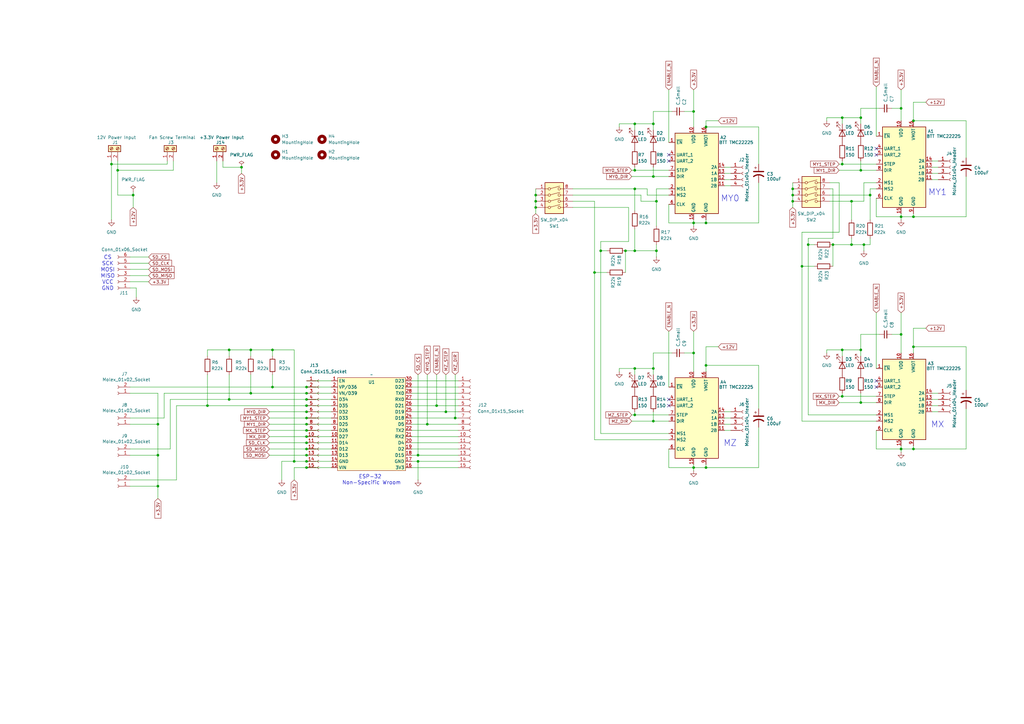
<source format=kicad_sch>
(kicad_sch (version 20250114) (generator "eeschema") (generator_version "9.0")
  (paper "A3")
  (text "CS\nSCK\nMOSI\nMISO\nVCC\nGND" (at 44.196 112.014 0) (effects (font (size 1.5748 1.5748))))
  (text "ESP-32 \nNon-Specific Wroom" (at 152.4 196.85 0) (effects (font (size 1.524 1.524))))
  (text "MY0\n" (at 299.466 81.534 0) (effects (font (size 2.54 2.54))))
  (text "MX\n" (at 384.556 174.244 0) (effects (font (size 2.54 2.54))))
  (text "MZ\n" (at 299.466 181.864 0) (effects (font (size 2.54 2.54))))
  (text "MY1\n" (at 384.556 78.994 0) (effects (font (size 2.54 2.54))))
  (junction (at 219.71 82.55))
  (junction (at 260.35 69.85))
  (junction (at 125.73 179.07))
  (junction (at 374.65 184.15))
  (junction (at 93.98 143.51))
  (junction (at 353.06 165.1))
  (junction (at 354.33 100.33))
  (junction (at 125.73 184.15))
  (junction (at 93.98 163.83))
  (junction (at 284.48 144.78))
  (junction (at 284.48 45.72))
  (junction (at 179.07 166.37))
  (junction (at 111.76 158.75))
  (junction (at 345.44 162.56))
  (junction (at 219.71 85.09))
  (junction (at 64.77 199.39))
  (junction (at 369.57 137.16))
  (junction (at 328.93 109.22))
  (junction (at 289.56 91.44))
  (junction (at 48.26 69.85))
  (junction (at 54.61 80.01))
  (junction (at 175.26 173.99))
  (junction (at 289.56 52.07))
  (junction (at 325.12 82.55))
  (junction (at 356.87 80.01))
  (junction (at 353.06 143.51))
  (junction (at 102.87 143.51))
  (junction (at 260.35 77.47))
  (junction (at 256.54 102.87))
  (junction (at 267.97 151.13))
  (junction (at 45.72 67.31))
  (junction (at 345.44 143.51))
  (junction (at 369.57 88.9))
  (junction (at 341.63 100.33))
  (junction (at 289.56 191.77))
  (junction (at 374.65 142.24))
  (junction (at 125.73 191.77))
  (junction (at 331.47 100.33))
  (junction (at 353.06 48.26))
  (junction (at 120.65 189.23))
  (junction (at 102.87 161.29))
  (junction (at 186.69 171.45))
  (junction (at 125.73 168.91))
  (junction (at 125.73 166.37))
  (junction (at 260.35 50.8))
  (junction (at 269.24 82.55))
  (junction (at 345.44 67.31))
  (junction (at 369.57 184.15))
  (junction (at 345.44 48.26))
  (junction (at 325.12 77.47))
  (junction (at 260.35 102.87))
  (junction (at 125.73 189.23))
  (junction (at 325.12 80.01))
  (junction (at 171.45 186.69))
  (junction (at 374.65 49.53))
  (junction (at 125.73 161.29))
  (junction (at 125.73 171.45))
  (junction (at 289.56 149.86))
  (junction (at 64.77 173.99))
  (junction (at 349.25 100.33))
  (junction (at 125.73 173.99))
  (junction (at 267.97 50.8))
  (junction (at 182.88 168.91))
  (junction (at 246.38 102.87))
  (junction (at 284.48 191.77))
  (junction (at 125.73 181.61))
  (junction (at 284.48 91.44))
  (junction (at 260.35 170.18))
  (junction (at 171.45 189.23))
  (junction (at 64.77 186.69))
  (junction (at 369.57 44.45))
  (junction (at 260.35 151.13))
  (junction (at 125.73 163.83))
  (junction (at 219.71 80.01))
  (junction (at 99.06 68.58))
  (junction (at 125.73 186.69))
  (junction (at 267.97 72.39))
  (junction (at 374.65 88.9))
  (junction (at 269.24 102.87))
  (junction (at 267.97 172.72))
  (junction (at 125.73 158.75))
  (junction (at 243.84 111.76))
  (junction (at 85.09 166.37))
  (junction (at 125.73 176.53))
  (junction (at 353.06 69.85))
  (junction (at 349.25 82.55))
  (junction (at 111.76 143.51))
  (no_connect (at 359.41 156.21))
  (no_connect (at 359.41 60.96))
  (no_connect (at 274.32 163.83))
  (no_connect (at 359.41 158.75))
  (no_connect (at 274.32 66.04))
  (no_connect (at 274.32 166.37))
  (no_connect (at 359.41 63.5))
  (no_connect (at 274.32 63.5))
  (wire (pts (xy 102.87 161.29) (xy 102.87 153.67)))
  (wire (pts (xy 325.12 74.93) (xy 325.12 77.47)))
  (wire (pts (xy 356.87 100.33) (xy 356.87 97.79)))
  (wire (pts (xy 111.76 146.05) (xy 111.76 143.51)))
  (wire (pts (xy 269.24 102.87) (xy 269.24 105.41)))
  (wire (pts (xy 328.93 95.25) (xy 328.93 109.22)))
  (wire (pts (xy 359.41 35.56) (xy 359.41 55.88)))
  (wire (pts (xy 354.33 74.93) (xy 359.41 74.93)))
  (wire (pts (xy 374.65 134.62) (xy 374.65 142.24)))
  (wire (pts (xy 219.71 85.09) (xy 219.71 87.63)))
  (wire (pts (xy 219.71 80.01) (xy 219.71 82.55)))
  (wire (pts (xy 64.77 186.69) (xy 64.77 173.99)))
  (wire (pts (xy 53.34 186.69) (xy 64.77 186.69)))
  (wire (pts (xy 284.48 144.78) (xy 284.48 152.4)))
  (wire (pts (xy 45.72 67.31) (xy 45.72 90.17)))
  (wire (pts (xy 259.08 69.85) (xy 260.35 69.85)))
  (wire (pts (xy 311.15 74.93) (xy 311.15 91.44)))
  (wire (pts (xy 110.49 184.15) (xy 125.73 184.15)))
  (wire (pts (xy 339.09 143.51) (xy 345.44 143.51)))
  (wire (pts (xy 260.35 102.87) (xy 269.24 102.87)))
  (wire (pts (xy 254 52.07) (xy 254 50.8)))
  (wire (pts (xy 267.97 172.72) (xy 274.32 172.72)))
  (wire (pts (xy 374.65 184.15) (xy 374.65 182.88)))
  (wire (pts (xy 369.57 36.83) (xy 369.57 44.45)))
  (wire (pts (xy 289.56 191.77) (xy 289.56 190.5)))
  (wire (pts (xy 125.73 171.45) (xy 135.89 171.45)))
  (wire (pts (xy 331.47 170.18) (xy 359.41 170.18)))
  (wire (pts (xy 168.91 161.29) (xy 187.96 161.29)))
  (wire (pts (xy 345.44 162.56) (xy 359.41 162.56)))
  (wire (pts (xy 53.34 173.99) (xy 64.77 173.99)))
  (wire (pts (xy 267.97 144.78) (xy 267.97 151.13)))
  (wire (pts (xy 64.77 204.47) (xy 64.77 199.39)))
  (wire (pts (xy 349.25 82.55) (xy 349.25 90.17)))
  (wire (pts (xy 353.06 143.51) (xy 353.06 146.05)))
  (wire (pts (xy 125.73 166.37) (xy 85.09 166.37)))
  (wire (pts (xy 53.34 171.45) (xy 67.31 171.45)))
  (wire (pts (xy 168.91 158.75) (xy 187.96 158.75)))
  (wire (pts (xy 274.32 36.83) (xy 274.32 58.42)))
  (wire (pts (xy 396.24 184.15) (xy 374.65 184.15)))
  (wire (pts (xy 69.85 163.83) (xy 93.98 163.83)))
  (wire (pts (xy 353.06 165.1) (xy 359.41 165.1)))
  (wire (pts (xy 256.54 102.87) (xy 256.54 111.76)))
  (wire (pts (xy 297.18 76.2) (xy 299.72 76.2)))
  (wire (pts (xy 359.41 184.15) (xy 369.57 184.15)))
  (wire (pts (xy 289.56 149.86) (xy 311.15 149.86)))
  (wire (pts (xy 135.89 158.75) (xy 125.73 158.75)))
  (wire (pts (xy 259.08 72.39) (xy 267.97 72.39)))
  (wire (pts (xy 53.34 105.41) (xy 60.96 105.41)))
  (wire (pts (xy 243.84 82.55) (xy 243.84 111.76)))
  (wire (pts (xy 64.77 173.99) (xy 64.77 161.29)))
  (wire (pts (xy 171.45 189.23) (xy 187.96 189.23)))
  (wire (pts (xy 353.06 48.26) (xy 353.06 50.8)))
  (wire (pts (xy 396.24 167.64) (xy 396.24 184.15)))
  (wire (pts (xy 280.67 144.78) (xy 284.48 144.78)))
  (wire (pts (xy 53.34 107.95) (xy 60.96 107.95)))
  (wire (pts (xy 340.36 80.01) (xy 356.87 80.01)))
  (wire (pts (xy 179.07 166.37) (xy 187.96 166.37)))
  (wire (pts (xy 102.87 143.51) (xy 102.87 146.05)))
  (wire (pts (xy 356.87 80.01) (xy 356.87 77.47)))
  (wire (pts (xy 331.47 100.33) (xy 331.47 170.18)))
  (wire (pts (xy 260.35 151.13) (xy 260.35 153.67)))
  (wire (pts (xy 349.25 100.33) (xy 349.25 97.79)))
  (wire (pts (xy 254 151.13) (xy 260.35 151.13)))
  (wire (pts (xy 246.38 177.8) (xy 274.32 177.8)))
  (wire (pts (xy 369.57 88.9) (xy 369.57 90.17)))
  (wire (pts (xy 369.57 137.16) (xy 369.57 144.78)))
  (wire (pts (xy 168.91 163.83) (xy 187.96 163.83)))
  (wire (pts (xy 289.56 49.53) (xy 289.56 52.07)))
  (wire (pts (xy 340.36 74.93) (xy 344.17 74.93)))
  (wire (pts (xy 341.63 77.47) (xy 341.63 97.79)))
  (wire (pts (xy 260.35 168.91) (xy 260.35 170.18)))
  (wire (pts (xy 246.38 102.87) (xy 248.92 102.87)))
  (wire (pts (xy 67.31 161.29) (xy 67.31 171.45)))
  (wire (pts (xy 125.73 158.75) (xy 111.76 158.75)))
  (wire (pts (xy 297.18 71.12) (xy 299.72 71.12)))
  (wire (pts (xy 345.44 67.31) (xy 359.41 67.31)))
  (wire (pts (xy 171.45 153.67) (xy 171.45 186.69)))
  (wire (pts (xy 254 152.4) (xy 254 151.13)))
  (wire (pts (xy 344.17 74.93) (xy 344.17 95.25)))
  (wire (pts (xy 354.33 82.55) (xy 354.33 74.93)))
  (wire (pts (xy 289.56 91.44) (xy 289.56 90.17)))
  (wire (pts (xy 125.73 163.83) (xy 135.89 163.83)))
  (wire (pts (xy 340.36 82.55) (xy 349.25 82.55)))
  (wire (pts (xy 234.95 82.55) (xy 243.84 82.55)))
  (wire (pts (xy 311.15 52.07) (xy 289.56 52.07)))
  (wire (pts (xy 353.06 137.16) (xy 360.68 137.16)))
  (wire (pts (xy 284.48 45.72) (xy 284.48 52.07)))
  (wire (pts (xy 234.95 85.09) (xy 257.81 85.09)))
  (wire (pts (xy 345.44 48.26) (xy 345.44 50.8)))
  (wire (pts (xy 269.24 77.47) (xy 269.24 82.55)))
  (wire (pts (xy 125.73 166.37) (xy 135.89 166.37)))
  (wire (pts (xy 125.73 173.99) (xy 135.89 173.99)))
  (wire (pts (xy 328.93 95.25) (xy 344.17 95.25)))
  (wire (pts (xy 269.24 102.87) (xy 269.24 100.33)))
  (wire (pts (xy 125.73 191.77) (xy 135.89 191.77)))
  (wire (pts (xy 168.91 184.15) (xy 187.96 184.15)))
  (wire (pts (xy 374.65 41.91) (xy 374.65 49.53)))
  (wire (pts (xy 379.73 134.62) (xy 374.65 134.62)))
  (wire (pts (xy 53.34 113.03) (xy 60.96 113.03)))
  (wire (pts (xy 110.49 171.45) (xy 125.73 171.45)))
  (wire (pts (xy 125.73 168.91) (xy 135.89 168.91)))
  (wire (pts (xy 135.89 189.23) (xy 125.73 189.23)))
  (wire (pts (xy 260.35 50.8) (xy 267.97 50.8)))
  (wire (pts (xy 219.71 82.55) (xy 219.71 85.09)))
  (wire (pts (xy 125.73 161.29) (xy 102.87 161.29)))
  (wire (pts (xy 85.09 143.51) (xy 85.09 146.05)))
  (wire (pts (xy 54.61 78.74) (xy 54.61 80.01)))
  (wire (pts (xy 311.15 175.26) (xy 311.15 191.77)))
  (wire (pts (xy 111.76 158.75) (xy 111.76 153.67)))
  (wire (pts (xy 356.87 80.01) (xy 356.87 90.17)))
  (wire (pts (xy 120.65 196.85) (xy 120.65 191.77)))
  (wire (pts (xy 110.49 176.53) (xy 125.73 176.53)))
  (wire (pts (xy 115.57 189.23) (xy 120.65 189.23)))
  (wire (pts (xy 382.27 73.66) (xy 384.81 73.66)))
  (wire (pts (xy 382.27 161.29) (xy 384.81 161.29)))
  (wire (pts (xy 260.35 77.47) (xy 260.35 86.36)))
  (wire (pts (xy 260.35 50.8) (xy 260.35 53.34)))
  (wire (pts (xy 135.89 161.29) (xy 125.73 161.29)))
  (wire (pts (xy 349.25 82.55) (xy 354.33 82.55)))
  (wire (pts (xy 68.58 67.31) (xy 45.72 67.31)))
  (wire (pts (xy 102.87 143.51) (xy 93.98 143.51)))
  (wire (pts (xy 328.93 172.72) (xy 359.41 172.72)))
  (wire (pts (xy 274.32 191.77) (xy 284.48 191.77)))
  (wire (pts (xy 297.18 73.66) (xy 299.72 73.66)))
  (wire (pts (xy 331.47 100.33) (xy 331.47 97.79)))
  (wire (pts (xy 374.65 142.24) (xy 374.65 144.78)))
  (wire (pts (xy 71.12 66.04) (xy 71.12 69.85)))
  (wire (pts (xy 115.57 196.85) (xy 115.57 189.23)))
  (wire (pts (xy 289.56 142.24) (xy 289.56 149.86)))
  (wire (pts (xy 345.44 66.04) (xy 345.44 67.31)))
  (wire (pts (xy 246.38 102.87) (xy 246.38 177.8)))
  (wire (pts (xy 111.76 143.51) (xy 120.65 143.51)))
  (wire (pts (xy 328.93 109.22) (xy 334.01 109.22)))
  (wire (pts (xy 48.26 80.01) (xy 54.61 80.01)))
  (wire (pts (xy 340.36 77.47) (xy 341.63 77.47)))
  (wire (pts (xy 284.48 191.77) (xy 284.48 193.04)))
  (wire (pts (xy 280.67 45.72) (xy 284.48 45.72)))
  (wire (pts (xy 344.17 69.85) (xy 353.06 69.85)))
  (wire (pts (xy 353.06 66.04) (xy 353.06 69.85)))
  (wire (pts (xy 262.89 82.55) (xy 262.89 80.01)))
  (wire (pts (xy 186.69 153.67) (xy 186.69 171.45)))
  (wire (pts (xy 382.27 71.12) (xy 384.81 71.12)))
  (wire (pts (xy 274.32 184.15) (xy 274.32 191.77)))
  (wire (pts (xy 359.41 88.9) (xy 369.57 88.9)))
  (wire (pts (xy 111.76 143.51) (xy 102.87 143.51)))
  (wire (pts (xy 175.26 173.99) (xy 187.96 173.99)))
  (wire (pts (xy 219.71 80.01) (xy 219.71 77.47)))
  (wire (pts (xy 260.35 77.47) (xy 265.43 77.47)))
  (wire (pts (xy 125.73 179.07) (xy 135.89 179.07)))
  (wire (pts (xy 369.57 184.15) (xy 374.65 184.15)))
  (wire (pts (xy 325.12 82.55) (xy 325.12 85.09)))
  (wire (pts (xy 396.24 88.9) (xy 374.65 88.9)))
  (wire (pts (xy 311.15 149.86) (xy 311.15 167.64)))
  (wire (pts (xy 382.27 68.58) (xy 384.81 68.58)))
  (wire (pts (xy 267.97 144.78) (xy 275.59 144.78)))
  (wire (pts (xy 171.45 189.23) (xy 168.91 189.23)))
  (wire (pts (xy 234.95 80.01) (xy 262.89 80.01)))
  (wire (pts (xy 267.97 50.8) (xy 267.97 45.72)))
  (wire (pts (xy 284.48 36.83) (xy 284.48 45.72)))
  (wire (pts (xy 284.48 91.44) (xy 289.56 91.44)))
  (wire (pts (xy 71.12 69.85) (xy 48.26 69.85)))
  (wire (pts (xy 274.32 135.89) (xy 274.32 158.75)))
  (wire (pts (xy 297.18 176.53) (xy 299.72 176.53)))
  (wire (pts (xy 110.49 168.91) (xy 125.73 168.91)))
  (wire (pts (xy 171.45 186.69) (xy 187.96 186.69)))
  (wire (pts (xy 267.97 72.39) (xy 274.32 72.39)))
  (wire (pts (xy 356.87 100.33) (xy 354.33 100.33)))
  (wire (pts (xy 331.47 100.33) (xy 334.01 100.33)))
  (wire (pts (xy 325.12 77.47) (xy 325.12 80.01)))
  (wire (pts (xy 125.73 176.53) (xy 135.89 176.53)))
  (wire (pts (xy 93.98 143.51) (xy 85.09 143.51)))
  (wire (pts (xy 349.25 100.33) (xy 354.33 100.33)))
  (wire (pts (xy 260.35 68.58) (xy 260.35 69.85)))
  (wire (pts (xy 125.73 189.23) (xy 120.65 189.23)))
  (wire (pts (xy 369.57 128.27) (xy 369.57 137.16)))
  (wire (pts (xy 354.33 100.33) (xy 354.33 102.87)))
  (wire (pts (xy 48.26 66.04) (xy 48.26 69.85)))
  (wire (pts (xy 125.73 184.15) (xy 135.89 184.15)))
  (wire (pts (xy 53.34 118.11) (xy 55.88 118.11)))
  (wire (pts (xy 55.88 118.11) (xy 55.88 121.92)))
  (wire (pts (xy 353.06 137.16) (xy 353.06 143.51)))
  (wire (pts (xy 297.18 173.99) (xy 299.72 173.99)))
  (wire (pts (xy 99.06 68.58) (xy 99.06 71.12)))
  (wire (pts (xy 284.48 91.44) (xy 284.48 92.71)))
  (wire (pts (xy 53.34 110.49) (xy 60.96 110.49)))
  (wire (pts (xy 171.45 189.23) (xy 171.45 196.85)))
  (wire (pts (xy 311.15 191.77) (xy 289.56 191.77)))
  (wire (pts (xy 344.17 162.56) (xy 345.44 162.56)))
  (wire (pts (xy 259.08 170.18) (xy 260.35 170.18)))
  (wire (pts (xy 179.07 153.67) (xy 179.07 166.37)))
  (wire (pts (xy 125.73 163.83) (xy 93.98 163.83)))
  (wire (pts (xy 110.49 186.69) (xy 125.73 186.69)))
  (wire (pts (xy 396.24 142.24) (xy 396.24 160.02)))
  (wire (pts (xy 284.48 190.5) (xy 284.48 191.77)))
  (wire (pts (xy 353.06 44.45) (xy 360.68 44.45)))
  (wire (pts (xy 294.64 49.53) (xy 289.56 49.53)))
  (wire (pts (xy 341.63 100.33) (xy 341.63 109.22)))
  (wire (pts (xy 353.06 44.45) (xy 353.06 48.26)))
  (wire (pts (xy 260.35 69.85) (xy 274.32 69.85)))
  (wire (pts (xy 125.73 181.61) (xy 135.89 181.61)))
  (wire (pts (xy 168.91 181.61) (xy 187.96 181.61)))
  (wire (pts (xy 369.57 88.9) (xy 374.65 88.9)))
  (wire (pts (xy 382.27 66.04) (xy 384.81 66.04)))
  (wire (pts (xy 345.44 48.26) (xy 353.06 48.26)))
  (wire (pts (xy 284.48 135.89) (xy 284.48 144.78)))
  (wire (pts (xy 110.49 179.07) (xy 125.73 179.07)))
  (wire (pts (xy 53.34 161.29) (xy 64.77 161.29)))
  (wire (pts (xy 284.48 91.44) (xy 274.32 91.44)))
  (wire (pts (xy 339.09 144.78) (xy 339.09 143.51)))
  (wire (pts (xy 120.65 191.77) (xy 125.73 191.77)))
  (wire (pts (xy 72.39 166.37) (xy 85.09 166.37)))
  (wire (pts (xy 359.41 176.53) (xy 359.41 184.15)))
  (wire (pts (xy 265.43 80.01) (xy 274.32 80.01)))
  (wire (pts (xy 344.17 67.31) (xy 345.44 67.31)))
  (wire (pts (xy 345.44 143.51) (xy 345.44 146.05)))
  (wire (pts (xy 168.91 176.53) (xy 187.96 176.53)))
  (wire (pts (xy 64.77 199.39) (xy 64.77 186.69)))
  (wire (pts (xy 297.18 171.45) (xy 299.72 171.45)))
  (wire (pts (xy 260.35 102.87) (xy 260.35 93.98)))
  (wire (pts (xy 269.24 82.55) (xy 269.24 92.71)))
  (wire (pts (xy 125.73 156.21) (xy 135.89 156.21)))
  (wire (pts (xy 325.12 80.01) (xy 325.12 82.55)))
  (wire (pts (xy 369.57 87.63) (xy 369.57 88.9)))
  (wire (pts (xy 168.91 173.99) (xy 175.26 173.99)))
  (wire (pts (xy 88.9 74.93) (xy 88.9 66.04)))
  (wire (pts (xy 260.35 151.13) (xy 267.97 151.13)))
  (wire (pts (xy 353.06 69.85) (xy 359.41 69.85)))
  (wire (pts (xy 168.91 171.45) (xy 186.69 171.45)))
  (wire (pts (xy 67.31 161.29) (xy 102.87 161.29)))
  (wire (pts (xy 168.91 168.91) (xy 182.88 168.91)))
  (wire (pts (xy 267.97 50.8) (xy 267.97 53.34)))
  (wire (pts (xy 374.65 49.53) (xy 396.24 49.53)))
  (wire (pts (xy 339.09 49.53) (xy 339.09 48.26)))
  (wire (pts (xy 260.35 170.18) (xy 274.32 170.18)))
  (wire (pts (xy 48.26 69.85) (xy 48.26 80.01)))
  (wire (pts (xy 243.84 180.34) (xy 274.32 180.34)))
  (wire (pts (xy 267.97 168.91) (xy 267.97 172.72)))
  (wire (pts (xy 359.41 128.27) (xy 359.41 151.13)))
  (wire (pts (xy 369.57 184.15) (xy 369.57 185.42)))
  (wire (pts (xy 246.38 102.87) (xy 246.38 99.06)))
  (wire (pts (xy 125.73 186.69) (xy 135.89 186.69)))
  (wire (pts (xy 365.76 137.16) (xy 369.57 137.16)))
  (wire (pts (xy 257.81 99.06) (xy 257.81 85.09)))
  (wire (pts (xy 267.97 68.58) (xy 267.97 72.39)))
  (wire (pts (xy 168.91 179.07) (xy 187.96 179.07)))
  (wire (pts (xy 284.48 90.17) (xy 284.48 91.44)))
  (wire (pts (xy 69.85 184.15) (xy 69.85 163.83)))
  (wire (pts (xy 341.63 100.33) (xy 349.25 100.33)))
  (wire (pts (xy 168.91 186.69) (xy 171.45 186.69)))
  (wire (pts (xy 243.84 111.76) (xy 243.84 180.34)))
  (wire (pts (xy 344.17 165.1) (xy 353.06 165.1)))
  (wire (pts (xy 91.44 68.58) (xy 91.44 66.04)))
  (wire (pts (xy 45.72 66.04) (xy 45.72 67.31)))
  (wire (pts (xy 110.49 181.61) (xy 125.73 181.61)))
  (wire (pts (xy 168.91 156.21) (xy 187.96 156.21)))
  (wire (pts (xy 85.09 153.67) (xy 85.09 166.37)))
  (wire (pts (xy 182.88 168.91) (xy 187.96 168.91)))
  (wire (pts (xy 297.18 168.91) (xy 299.72 168.91)))
  (wire (pts (xy 246.38 99.06) (xy 257.81 99.06)))
  (wire (pts (xy 53.34 196.85) (xy 72.39 196.85)))
  (wire (pts (xy 382.27 163.83) (xy 384.81 163.83)))
  (wire (pts (xy 369.57 182.88) (xy 369.57 184.15)))
  (wire (pts (xy 396.24 72.39) (xy 396.24 88.9)))
  (wire (pts (xy 365.76 44.45) (xy 369.57 44.45)))
  (wire (pts (xy 328.93 109.22) (xy 328.93 172.72)))
  (wire (pts (xy 243.84 111.76) (xy 248.92 111.76)))
  (wire (pts (xy 53.34 158.75) (xy 111.76 158.75)))
  (wire (pts (xy 269.24 82.55) (xy 262.89 82.55)))
  (wire (pts (xy 175.26 153.67) (xy 175.26 173.99)))
  (wire (pts (xy 345.44 143.51) (xy 353.06 143.51)))
  (wire (pts (xy 68.58 66.04) (xy 68.58 67.31)))
  (wire (pts (xy 289.56 149.86) (xy 289.56 152.4)))
  (wire (pts (xy 54.61 80.01) (xy 54.61 85.09)))
  (wire (pts (xy 374.65 88.9) (xy 374.65 87.63)))
  (wire (pts (xy 168.91 166.37) (xy 179.07 166.37)))
  (wire (pts (xy 256.54 102.87) (xy 260.35 102.87)))
  (wire (pts (xy 396.24 64.77) (xy 396.24 49.53)))
  (wire (pts (xy 274.32 91.44) (xy 274.32 83.82)))
  (wire (pts (xy 259.08 172.72) (xy 267.97 172.72)))
  (wire (pts (xy 382.27 168.91) (xy 384.81 168.91)))
  (wire (pts (xy 99.06 68.58) (xy 91.44 68.58)))
  (wire (pts (xy 297.18 68.58) (xy 299.72 68.58)))
  (wire (pts (xy 53.34 184.15) (xy 69.85 184.15)))
  (wire (pts (xy 269.24 77.47) (xy 274.32 77.47)))
  (wire (pts (xy 353.06 161.29) (xy 353.06 165.1)))
  (wire (pts (xy 294.64 142.24) (xy 289.56 142.24)))
  (wire (pts (xy 93.98 143.51) (xy 93.98 146.05)))
  (wire (pts (xy 379.73 41.91) (xy 374.65 41.91)))
  (wire (pts (xy 311.15 91.44) (xy 289.56 91.44)))
  (wire (pts (xy 72.39 196.85) (xy 72.39 166.37)))
  (wire (pts (xy 53.34 199.39) (xy 64.77 199.39)))
  (wire (pts (xy 374.65 142.24) (xy 396.24 142.24)))
  (wire (pts (xy 120.65 143.51) (xy 120.65 189.23)))
  (wire (pts (xy 53.34 115.57) (xy 60.96 115.57)))
  (wire (pts (xy 254 50.8) (xy 260.35 50.8)))
  (wire (pts (xy 93.98 163.83) (xy 93.98 153.67)))
  (wire (pts (xy 186.69 171.45) (xy 187.96 171.45)))
  (wire (pts (xy 284.48 191.77) (xy 289.56 191.77)))
  (wire (pts (xy 182.88 153.67) (xy 182.88 168.91)))
  (wire (pts (xy 331.47 97.79) (xy 341.63 97.79)))
  (wire (pts (xy 267.97 151.13) (xy 267.97 153.67)))
  (wire (pts (xy 265.43 77.47) (xy 265.43 80.01)))
  (wire (pts (xy 234.95 77.47) (xy 260.35 77.47)))
  (wire (pts (xy 369.57 44.45) (xy 369.57 49.53)))
  (wire (pts (xy 345.44 161.29) (xy 345.44 162.56)))
  (wire (pts (xy 110.49 173.99) (xy 125.73 173.99)))
  (wire (pts (xy 311.15 67.31) (xy 311.15 52.07)))
  (wire (pts (xy 267.97 45.72) (xy 275.59 45.72)))
  (wire (pts (xy 168.91 191.77) (xy 187.96 191.77)))
  (wire (pts (xy 339.09 48.26) (xy 345.44 48.26)))
  (wire (pts (xy 382.27 166.37) (xy 384.81 166.37)))
  (wire (pts (xy 359.41 77.47) (xy 356.87 77.47)))
  (wire (pts (xy 359.41 81.28) (xy 359.41 88.9)))
  (global_label "SD_CS" (shape input) (at 60.96 105.41 0) (property "Intersheetrefs" "${INTERSHEET_REFS}" (effects (hide yes))))
  (global_label "MX_STEP" (shape input) (at 344.17 162.56 180) (property "Intersheetrefs" "${INTERSHEET_REFS}" (effects (hide yes))))
  (global_label "+3.3V" (shape input) (at 219.71 87.63 270) (property "Intersheetrefs" "${INTERSHEET_REFS}" (effects (hide yes))))
  (global_label "MZ_STEP" (shape input) (at 259.08 170.18 180) (property "Intersheetrefs" "${INTERSHEET_REFS}" (effects (hide yes))))
  (global_label "SD_MOSI" (shape input) (at 60.96 110.49 0) (property "Intersheetrefs" "${INTERSHEET_REFS}" (effects (hide yes))))
  (global_label "MY1_DIR" (shape input) (at 110.49 173.99 180) (property "Intersheetrefs" "${INTERSHEET_REFS}" (effects (hide yes))))
  (global_label "MX_STEP" (shape input) (at 110.49 176.53 180) (property "Intersheetrefs" "${INTERSHEET_REFS}" (effects (hide yes))))
  (global_label "SD_MISO" (shape input) (at 60.96 113.03 0) (property "Intersheetrefs" "${INTERSHEET_REFS}" (effects (hide yes))))
  (global_label "+3.3V" (shape input) (at 325.12 85.09 270) (property "Intersheetrefs" "${INTERSHEET_REFS}" (effects (hide yes))))
  (global_label "ENABLE_N" (shape input) (at 179.07 153.67 90) (property "Intersheetrefs" "${INTERSHEET_REFS}" (effects (hide yes))))
  (global_label "MZ_STEP" (shape input) (at 182.88 153.67 90) (property "Intersheetrefs" "${INTERSHEET_REFS}" (effects (hide yes))))
  (global_label "+3.3V" (shape input) (at 64.77 204.47 270) (property "Intersheetrefs" "${INTERSHEET_REFS}" (effects (hide yes))))
  (global_label "MY0_DIR" (shape input) (at 110.49 168.91 180) (property "Intersheetrefs" "${INTERSHEET_REFS}" (effects (hide yes))))
  (global_label "ENABLE_N" (shape input) (at 274.32 135.89 90) (property "Intersheetrefs" "${INTERSHEET_REFS}" (effects (hide yes))))
  (global_label "+12V" (shape input) (at 294.64 142.24 0) (property "Intersheetrefs" "${INTERSHEET_REFS}" (effects (hide yes))))
  (global_label "+12V" (shape input) (at 379.73 134.62 0) (property "Intersheetrefs" "${INTERSHEET_REFS}" (effects (hide yes))))
  (global_label "+12V" (shape input) (at 294.64 49.53 0) (property "Intersheetrefs" "${INTERSHEET_REFS}" (effects (hide yes))))
  (global_label "+12V" (shape input) (at 379.73 41.91 0) (property "Intersheetrefs" "${INTERSHEET_REFS}" (effects (hide yes))))
  (global_label "SD_CLK" (shape input) (at 60.96 107.95 0) (property "Intersheetrefs" "${INTERSHEET_REFS}" (effects (hide yes))))
  (global_label "SD_CS" (shape input) (at 171.45 153.67 90) (property "Intersheetrefs" "${INTERSHEET_REFS}" (effects (hide yes))))
  (global_label "+3.3V" (shape input) (at 369.57 36.83 90) (property "Intersheetrefs" "${INTERSHEET_REFS}" (effects (hide yes))))
  (global_label "+12V" (shape input) (at 54.61 85.09 270) (property "Intersheetrefs" "${INTERSHEET_REFS}" (effects (hide yes))))
  (global_label "ENABLE_N" (shape input) (at 359.41 128.27 90) (property "Intersheetrefs" "${INTERSHEET_REFS}" (effects (hide yes))))
  (global_label "MX_DIR" (shape input) (at 344.17 165.1 180) (property "Intersheetrefs" "${INTERSHEET_REFS}" (effects (hide yes))))
  (global_label "SD_MISO" (shape input) (at 110.49 184.15 180) (property "Intersheetrefs" "${INTERSHEET_REFS}" (effects (hide yes))))
  (global_label "+3.3V" (shape input) (at 284.48 135.89 90) (property "Intersheetrefs" "${INTERSHEET_REFS}" (effects (hide yes))))
  (global_label "MY1_DIR" (shape input) (at 344.17 69.85 180) (property "Intersheetrefs" "${INTERSHEET_REFS}" (effects (hide yes))))
  (global_label "MZ_DIR" (shape input) (at 186.69 153.67 90) (property "Intersheetrefs" "${INTERSHEET_REFS}" (effects (hide yes))))
  (global_label "+3.3V" (shape input) (at 369.57 128.27 90) (property "Intersheetrefs" "${INTERSHEET_REFS}" (effects (hide yes))))
  (global_label "+3.3V" (shape input) (at 284.48 36.83 90) (property "Intersheetrefs" "${INTERSHEET_REFS}" (effects (hide yes))))
  (global_label "MY1_STEP" (shape input) (at 344.17 67.31 180) (property "Intersheetrefs" "${INTERSHEET_REFS}" (effects (hide yes))))
  (global_label "MY0_STEP" (shape input) (at 175.26 153.67 90) (property "Intersheetrefs" "${INTERSHEET_REFS}" (effects (hide yes))))
  (global_label "MX_DIR" (shape input) (at 110.49 179.07 180) (property "Intersheetrefs" "${INTERSHEET_REFS}" (effects (hide yes))))
  (global_label "MZ_DIR" (shape input) (at 259.08 172.72 180) (property "Intersheetrefs" "${INTERSHEET_REFS}" (effects (hide yes))))
  (global_label "MY0_DIR" (shape input) (at 259.08 72.39 180) (property "Intersheetrefs" "${INTERSHEET_REFS}" (effects (hide yes))))
  (global_label "ENABLE_N" (shape input) (at 274.32 36.83 90) (property "Intersheetrefs" "${INTERSHEET_REFS}" (effects (hide yes))))
  (global_label "SD_MOSI" (shape input) (at 110.49 186.69 180) (property "Intersheetrefs" "${INTERSHEET_REFS}" (effects (hide yes))))
  (global_label "MY1_STEP" (shape input) (at 110.49 171.45 180) (property "Intersheetrefs" "${INTERSHEET_REFS}" (effects (hide yes))))
  (global_label "+3.3V" (shape input) (at 60.96 115.57 0) (property "Intersheetrefs" "${INTERSHEET_REFS}" (effects (hide yes))))
  (global_label "+3.3V" (shape input) (at 120.65 196.85 270) (property "Intersheetrefs" "${INTERSHEET_REFS}" (effects (hide yes))))
  (global_label "+3.3V" (shape input) (at 99.06 71.12 270) (property "Intersheetrefs" "${INTERSHEET_REFS}" (effects (hide yes))))
  (global_label "MY0_STEP" (shape input) (at 259.08 69.85 180) (property "Intersheetrefs" "${INTERSHEET_REFS}" (effects (hide yes))))
  (global_label "ENABLE_N" (shape input) (at 359.41 35.56 90) (property "Intersheetrefs" "${INTERSHEET_REFS}" (effects (hide yes))))
  (global_label "SD_CLK" (shape input) (at 110.49 181.61 180) (property "Intersheetrefs" "${INTERSHEET_REFS}" (effects (hide yes))))
  (symbol (lib_id "Device:R") (at 85.09 149.86 0) (unit 1)
    (property "Reference" "R6" (at 86.868 148.59 0) (effects (justify left)))
    (property "Value" "R22k" (at 86.614 151.13 0) (effects (justify left)))
    (property "Footprint" "Resistor_THT:R_Axial_DIN0204_L3.6mm_D1.6mm_P5.08mm_Horizontal" (effects (hide yes)))
    (property "Description" "Resistor" (effects (hide yes)))
  )
  (symbol (lib_id "power:GND") (at 254 52.07 0) (unit 1)
    (property "Reference" "#PWR010" (effects (hide yes)))
    (property "Value" "GND" (at 254 57.15 0))
    (property "Description" "Power symbol creates a global label with name \"GND\" , ground" (effects (hide yes)))
  )
  (symbol (lib_id "Device:R") (at 345.44 157.48 0) (unit 1)
    (property "Reference" "R9" (at 346.71 156.21 0) (effects (justify left)))
    (property "Value" "150" (at 346.71 158.75 0) (effects (justify left)))
    (property "Footprint" "Resistor_THT:R_Axial_DIN0204_L3.6mm_D1.6mm_P5.08mm_Horizontal" (effects (hide yes)))
    (property "Description" "Resistor" (effects (hide yes)))
  )
  (symbol (lib_id "Device:R") (at 267.97 165.1 0) (unit 1)
    (property "Reference" "R14" (at 269.24 163.83 0) (effects (justify left)))
    (property "Value" "150" (at 269.24 166.37 0) (effects (justify left)))
    (property "Footprint" "Resistor_THT:R_Axial_DIN0204_L3.6mm_D1.6mm_P5.08mm_Horizontal" (effects (hide yes)))
    (property "Description" "Resistor" (effects (hide yes)))
  )
  (symbol (lib_id "power:GND") (at 269.24 105.41 0) (unit 1)
    (property "Reference" "#PWR014" (effects (hide yes)))
    (property "Value" "GND" (at 269.24 110.49 0))
    (property "Description" "Power symbol creates a global label with name \"GND\" , ground" (effects (hide yes)))
  )
  (symbol (lib_id "Connector:Screw_Terminal_01x02") (at 45.72 60.96 90) (unit 1)
    (property "Reference" "J1" (at 47.244 58.42 90))
    (property "Value" "12V Power Input" (at 47.752 56.388 90))
    (property "Footprint" "TerminalBlock_Phoenix:TerminalBlock_Phoenix_MKDS-1,5-2_1x02_P5.00mm_Horizontal" (effects (hide yes)))
    (property "Description" "Generic screw terminal, single row, 01x02, script generated (kicad-library-utils/schlib/autogen/connector/)" (effects (hide yes)))
  )
  (symbol (lib_id "Device:R") (at 260.35 64.77 0) (unit 1)
    (property "Reference" "R7" (at 261.62 63.5 0) (effects (justify left)))
    (property "Value" "150" (at 261.62 66.04 0) (effects (justify left)))
    (property "Footprint" "Resistor_THT:R_Axial_DIN0204_L3.6mm_D1.6mm_P5.08mm_Horizontal" (effects (hide yes)))
    (property "Description" "Resistor" (effects (hide yes)))
  )
  (symbol (lib_id "Device:R") (at 337.82 100.33 270) (unit 1)
    (property "Reference" "R22" (at 339.09 102.108 0) (effects (justify left)))
    (property "Value" "R22k" (at 336.55 101.854 0) (effects (justify left)))
    (property "Footprint" "Resistor_THT:R_Axial_DIN0204_L3.6mm_D1.6mm_P5.08mm_Horizontal" (effects (hide yes)))
    (property "Description" "Resistor" (effects (hide yes)))
  )
  (symbol (lib_id "Device:C_Polarized_US") (at 311.15 71.12 0) (unit 1)
    (property "Reference" "C3" (at 314.452 71.374 0) (effects (justify left)))
    (property "Value" "100uF" (at 314.452 73.406 0) (effects (justify left)))
    (property "Footprint" "Capacitor_THT:C_Radial_D8.0mm_H11.5mm_P3.50mm" (effects (hide yes)))
    (property "Description" "Polarized capacitor, US symbol" (effects (hide yes)))
  )
  (symbol (lib_id "power:PWR_FLAG") (at 99.06 68.58 0) (unit 1)
    (property "Reference" "#FLG03" (effects (hide yes)))
    (property "Value" "PWR_FLAG" (at 99.06 63.5 0))
    (property "Description" "Special symbol for telling ERC where power comes from" (effects (hide yes)))
  )
  (symbol (lib_id "Connector:Conn_01x15_Socket") (at 193.04 173.99 0) (unit 1)
    (property "Reference" "J12" (at 196.088 166.116 0) (effects (justify left)))
    (property "Value" "Conn_01x15_Socket" (at 195.834 168.656 0) (effects (justify left)))
    (property "Footprint" "Connector_PinSocket_2.54mm:PinSocket_1x15_P2.54mm_Vertical" (effects (hide yes)))
    (property "Description" "Generic connector, single row, 01x15, script generated" (effects (hide yes)))
  )
  (symbol (lib_id "Connector:Conn_01x04_Socket") (at 389.89 163.83 0) (unit 1)
    (property "Reference" "J5" (at 388.112 158.242 0) (effects (justify left)))
    (property "Value" "Molex_01x04_Header" (at 391.414 175.514 90) (effects (justify left)))
    (property "Footprint" "Connector_Molex:Molex_KK-254_AE-6410-04A_1x04_P2.54mm_Vertical" (effects (hide yes)))
    (property "Description" "Generic connector, single row, 01x04, script generated" (effects (hide yes)))
  )
  (symbol (lib_id "plotter:BTT TMC22225") (at 284.48 170.18 0) (unit 1)
    (property "Reference" "A4" (at 295.402 156.718 0) (effects (justify left)))
    (property "Value" "BTT TMC22225" (at 294.894 158.75 0) (effects (justify left)))
    (property "Footprint" "plotter:BTT TMC 2225 Footprint" (effects (hide yes)))
  )
  (symbol (lib_id "Device:R") (at 356.87 93.98 0) (unit 1)
    (property "Reference" "R21" (at 358.648 92.71 0) (effects (justify left)))
    (property "Value" "R22k" (at 358.394 95.25 0) (effects (justify left)))
    (property "Footprint" "Resistor_THT:R_Axial_DIN0204_L3.6mm_D1.6mm_P5.08mm_Horizontal" (effects (hide yes)))
    (property "Description" "Resistor" (effects (hide yes)))
  )
  (symbol (lib_id "Device:C_Polarized_US") (at 311.15 171.45 0) (unit 1)
    (property "Reference" "C6" (at 314.452 171.704 0) (effects (justify left)))
    (property "Value" "100uF" (at 314.452 173.736 0) (effects (justify left)))
    (property "Footprint" "Capacitor_THT:C_Radial_D8.0mm_H11.5mm_P3.50mm" (effects (hide yes)))
    (property "Description" "Polarized capacitor, US symbol" (effects (hide yes)))
  )
  (symbol (lib_id "power:GND") (at 284.48 193.04 0) (unit 1)
    (property "Reference" "#PWR07" (effects (hide yes)))
    (property "Value" "GND" (at 284.48 198.12 0))
    (property "Description" "Power symbol creates a global label with name \"GND\" , ground" (effects (hide yes)))
  )
  (symbol (lib_id "Mechanical:MountingHole") (at 132.08 57.15 0) (unit 1) (in_bom no)
    (property "Reference" "H4" (at 134.62 55.8799 0) (effects (justify left)))
    (property "Value" "MountingHole" (at 134.62 58.4199 0) (effects (justify left)))
    (property "Footprint" "MountingHole:MountingHole_3.2mm_M3" (effects (hide yes)))
    (property "Description" "Mounting Hole without connection" (effects (hide yes)))
  )
  (symbol (lib_id "Device:C_Small") (at 278.13 144.78 90) (unit 1)
    (property "Reference" "C9" (at 280.67 142.24 0) (effects (justify left)))
    (property "Value" "C_Small" (at 278.13 142.24 0) (effects (justify left)))
    (property "Footprint" "Capacitor_THT:C_Disc_D4.3mm_W1.9mm_P5.00mm" (effects (hide yes)))
    (property "Description" "Unpolarized capacitor, small symbol" (effects (hide yes)))
  )
  (symbol (lib_id "Connector:Conn_01x06_Socket") (at 48.26 113.03 180) (unit 1)
    (property "Reference" "J11" (at 50.8 120.142 0))
    (property "Value" "Conn_01x06_Socket" (at 51.054 102.362 0))
    (property "Footprint" "Connector_PinSocket_2.54mm:PinSocket_1x06_P2.54mm_Vertical" (effects (hide yes)))
    (property "Description" "Generic connector, single row, 01x06, script generated" (effects (hide yes)))
  )
  (symbol (lib_id "Connector:Conn_01x15_Socket") (at 130.81 173.99 0) (unit 1)
    (property "Reference" "J13" (at 127 149.86 0) (effects (justify left)))
    (property "Value" "Conn_01x15_Socket" (at 123.19 152.4 0) (effects (justify left)))
    (property "Footprint" "Connector_PinSocket_2.54mm:PinSocket_1x15_P2.54mm_Vertical" (effects (hide yes)))
    (property "Description" "Generic connector, single row, 01x15, script generated" (effects (hide yes)))
  )
  (symbol (lib_id "plotter:esp32_wroom_doit_devB") (at 152.4 173.99 0) (unit 1)
    (property "Reference" "U1" (at 152.4 156.718 0))
    (property "Value" "~" (at 152.4 153.67 0))
    (property "Footprint" "plotter:esp32-mystery-footprint" (effects (hide yes)))
  )
  (symbol (lib_id "Connector:Conn_01x02_Socket") (at 48.26 161.29 180) (unit 1)
    (property "Reference" "J7" (at 51.054 153.416 0))
    (property "Value" "Molex_01x02_Socket" (at 51.816 155.702 0))
    (property "Footprint" "Connector_Molex:Molex_KK-254_AE-6410-02A_1x02_P2.54mm_Vertical" (effects (hide yes)))
    (property "Description" "Generic connector, single row, 01x02, script generated" (effects (hide yes)))
  )
  (symbol (lib_id "Device:C_Small") (at 278.13 45.72 90) (unit 1)
    (property "Reference" "C2" (at 280.67 43.18 0) (effects (justify left)))
    (property "Value" "C_Small" (at 278.13 43.18 0) (effects (justify left)))
    (property "Footprint" "Capacitor_THT:C_Disc_D4.3mm_W1.9mm_P5.00mm" (effects (hide yes)))
    (property "Description" "Unpolarized capacitor, small symbol" (effects (hide yes)))
  )
  (symbol (lib_id "power:GND") (at 254 152.4 0) (unit 1)
    (property "Reference" "#PWR013" (effects (hide yes)))
    (property "Value" "GND" (at 254 157.48 0))
    (property "Description" "Power symbol creates a global label with name \"GND\" , ground" (effects (hide yes)))
  )
  (symbol (lib_id "Device:LED") (at 267.97 57.15 270) (unit 1)
    (property "Reference" "D2" (at 269.24 54.61 90) (effects (justify left)))
    (property "Value" "LED" (at 269.24 57.15 90) (effects (justify left)))
    (property "Footprint" "LED_THT:LED_D3.0mm" (effects (hide yes)))
    (property "Description" "Light emitting diode" (effects (hide yes)))
    (property "Sim.Pins" "1=K 2=A" (effects (hide yes)))
  )
  (symbol (lib_id "Device:R") (at 353.06 157.48 0) (unit 1)
    (property "Reference" "R10" (at 354.33 156.21 0) (effects (justify left)))
    (property "Value" "150" (at 354.33 158.75 0) (effects (justify left)))
    (property "Footprint" "Resistor_THT:R_Axial_DIN0204_L3.6mm_D1.6mm_P5.08mm_Horizontal" (effects (hide yes)))
    (property "Description" "Resistor" (effects (hide yes)))
  )
  (symbol (lib_id "power:GND") (at 354.33 102.87 0) (unit 1)
    (property "Reference" "#PWR015" (effects (hide yes)))
    (property "Value" "GND" (at 354.33 107.95 0))
    (property "Description" "Power symbol creates a global label with name \"GND\" , ground" (effects (hide yes)))
  )
  (symbol (lib_id "Device:R") (at 260.35 90.17 0) (unit 1)
    (property "Reference" "R16" (at 262.128 88.9 0) (effects (justify left)))
    (property "Value" "R22k" (at 261.874 91.44 0) (effects (justify left)))
    (property "Footprint" "Resistor_THT:R_Axial_DIN0204_L3.6mm_D1.6mm_P5.08mm_Horizontal" (effects (hide yes)))
    (property "Description" "Resistor" (effects (hide yes)))
  )
  (symbol (lib_id "Connector:Conn_01x04_Socket") (at 304.8 71.12 0) (unit 1)
    (property "Reference" "J2" (at 303.022 65.532 0) (effects (justify left)))
    (property "Value" "Molex_01x04_Header" (at 306.324 82.804 90) (effects (justify left)))
    (property "Footprint" "Connector_Molex:Molex_KK-254_AE-6410-04A_1x04_P2.54mm_Vertical" (effects (hide yes)))
    (property "Description" "Generic connector, single row, 01x04, script generated" (effects (hide yes)))
  )
  (symbol (lib_id "Mechanical:MountingHole") (at 132.08 63.5 0) (unit 1) (in_bom no)
    (property "Reference" "H2" (at 134.62 62.2299 0) (effects (justify left)))
    (property "Value" "MountingHole" (at 134.62 64.7699 0) (effects (justify left)))
    (property "Footprint" "MountingHole:MountingHole_3.2mm_M3" (effects (hide yes)))
    (property "Description" "Mounting Hole without connection" (effects (hide yes)))
  )
  (symbol (lib_id "power:GND") (at 369.57 185.42 0) (unit 1)
    (property "Reference" "#PWR06" (effects (hide yes)))
    (property "Value" "GND" (at 369.57 190.5 0))
    (property "Description" "Power symbol creates a global label with name \"GND\" , ground" (effects (hide yes)))
  )
  (symbol (lib_id "Switch:SW_DIP_x04") (at 227.33 82.55 0) (unit 1)
    (property "Reference" "SW1" (at 227.33 92.71 0))
    (property "Value" "SW_DIP_x04" (at 227.33 90.17 0))
    (property "Footprint" "Button_Switch_THT:SW_DIP_SPSTx04_Slide_9.78x12.34mm_W7.62mm_P2.54mm" (effects (hide yes)))
    (property "Description" "4x DIP Switch, Single Pole Single Throw (SPST) switch, small symbol" (effects (hide yes)))
  )
  (symbol (lib_id "power:PWR_FLAG") (at 54.61 78.74 0) (unit 1)
    (property "Reference" "#FLG02" (effects (hide yes)))
    (property "Value" "PWR_FLAG" (at 54.61 73.66 0))
    (property "Description" "Special symbol for telling ERC where power comes from" (effects (hide yes)))
  )
  (symbol (lib_id "plotter:BTT TMC22225") (at 369.57 67.31 0) (unit 1)
    (property "Reference" "A1" (at 380.492 53.848 0) (effects (justify left)))
    (property "Value" "BTT TMC22225" (at 379.984 55.88 0) (effects (justify left)))
    (property "Footprint" "plotter:BTT TMC 2225 Footprint" (effects (hide yes)))
  )
  (symbol (lib_id "Device:R") (at 349.25 93.98 0) (unit 1)
    (property "Reference" "R20" (at 351.028 92.71 0) (effects (justify left)))
    (property "Value" "R22k" (at 350.774 95.25 0) (effects (justify left)))
    (property "Footprint" "Resistor_THT:R_Axial_DIN0204_L3.6mm_D1.6mm_P5.08mm_Horizontal" (effects (hide yes)))
    (property "Description" "Resistor" (effects (hide yes)))
  )
  (symbol (lib_id "Device:LED") (at 345.44 149.86 270) (unit 1)
    (property "Reference" "D3" (at 346.71 147.32 90) (effects (justify left)))
    (property "Value" "LED" (at 346.71 149.86 90) (effects (justify left)))
    (property "Footprint" "LED_THT:LED_D3.0mm" (effects (hide yes)))
    (property "Description" "Light emitting diode" (effects (hide yes)))
    (property "Sim.Pins" "1=K 2=A" (effects (hide yes)))
  )
  (symbol (lib_id "Mechanical:MountingHole") (at 113.03 57.15 0) (unit 1) (in_bom no)
    (property "Reference" "H3" (at 115.57 55.8799 0) (effects (justify left)))
    (property "Value" "MountingHole" (at 115.57 58.4199 0) (effects (justify left)))
    (property "Footprint" "MountingHole:MountingHole_3.2mm_M3" (effects (hide yes)))
    (property "Description" "Mounting Hole without connection" (effects (hide yes)))
  )
  (symbol (lib_id "Device:R") (at 345.44 62.23 0) (unit 1)
    (property "Reference" "R11" (at 346.71 60.96 0) (effects (justify left)))
    (property "Value" "150" (at 346.71 63.5 0) (effects (justify left)))
    (property "Footprint" "Resistor_THT:R_Axial_DIN0204_L3.6mm_D1.6mm_P5.08mm_Horizontal" (effects (hide yes)))
    (property "Description" "Resistor" (effects (hide yes)))
  )
  (symbol (lib_id "Device:R") (at 337.82 109.22 270) (unit 1)
    (property "Reference" "R23" (at 339.09 110.998 0) (effects (justify left)))
    (property "Value" "R22k" (at 336.55 110.744 0) (effects (justify left)))
    (property "Footprint" "Resistor_THT:R_Axial_DIN0204_L3.6mm_D1.6mm_P5.08mm_Horizontal" (effects (hide yes)))
    (property "Description" "Resistor" (effects (hide yes)))
  )
  (symbol (lib_id "Device:C_Polarized_US") (at 396.24 163.83 0) (unit 1)
    (property "Reference" "C5" (at 399.542 164.084 0) (effects (justify left)))
    (property "Value" "100uF" (at 399.542 166.116 0) (effects (justify left)))
    (property "Footprint" "Capacitor_THT:C_Radial_D8.0mm_H11.5mm_P3.50mm" (effects (hide yes)))
    (property "Description" "Polarized capacitor, US symbol" (effects (hide yes)))
  )
  (symbol (lib_id "power:GND") (at 88.9 74.93 0) (unit 1)
    (property "Reference" "#PWR017" (effects (hide yes)))
    (property "Value" "GND" (at 88.9 80.01 0))
    (property "Description" "Power symbol creates a global label with name \"GND\" , ground" (effects (hide yes)))
  )
  (symbol (lib_id "Connector:Conn_01x04_Socket") (at 389.89 68.58 0) (unit 1)
    (property "Reference" "J4" (at 388.112 62.992 0) (effects (justify left)))
    (property "Value" "Molex_01x04_Header" (at 391.414 80.264 90) (effects (justify left)))
    (property "Footprint" "Connector_Molex:Molex_KK-254_AE-6410-04A_1x04_P2.54mm_Vertical" (effects (hide yes)))
    (property "Description" "Generic connector, single row, 01x04, script generated" (effects (hide yes)))
  )
  (symbol (lib_id "plotter:BTT TMC22225") (at 284.48 69.85 0) (unit 1)
    (property "Reference" "A2" (at 295.402 56.388 0) (effects (justify left)))
    (property "Value" "BTT TMC22225" (at 294.894 58.42 0) (effects (justify left)))
    (property "Footprint" "plotter:BTT TMC 2225 Footprint" (effects (hide yes)))
  )
  (symbol (lib_id "Connector:Conn_01x02_Socket") (at 48.26 173.99 180) (unit 1)
    (property "Reference" "J8" (at 51.054 166.116 0))
    (property "Value" "Molex_01x02_Socket" (at 51.816 168.402 0))
    (property "Footprint" "Connector_Molex:Molex_KK-254_AE-6410-02A_1x02_P2.54mm_Vertical" (effects (hide yes)))
    (property "Description" "Generic connector, single row, 01x02, script generated" (effects (hide yes)))
  )
  (symbol (lib_id "Device:R") (at 252.73 111.76 270) (unit 1)
    (property "Reference" "R19" (at 254 113.538 0) (effects (justify left)))
    (property "Value" "R22k" (at 251.46 113.284 0) (effects (justify left)))
    (property "Footprint" "Resistor_THT:R_Axial_DIN0204_L3.6mm_D1.6mm_P5.08mm_Horizontal" (effects (hide yes)))
    (property "Description" "Resistor" (effects (hide yes)))
  )
  (symbol (lib_id "Device:LED") (at 353.06 149.86 270) (unit 1)
    (property "Reference" "D4" (at 354.33 147.32 90) (effects (justify left)))
    (property "Value" "LED" (at 354.33 149.86 90) (effects (justify left)))
    (property "Footprint" "LED_THT:LED_D3.0mm" (effects (hide yes)))
    (property "Description" "Light emitting diode" (effects (hide yes)))
    (property "Sim.Pins" "1=K 2=A" (effects (hide yes)))
  )
  (symbol (lib_id "Device:R") (at 252.73 102.87 270) (unit 1)
    (property "Reference" "R18" (at 254 104.648 0) (effects (justify left)))
    (property "Value" "R22k" (at 251.46 104.394 0) (effects (justify left)))
    (property "Footprint" "Resistor_THT:R_Axial_DIN0204_L3.6mm_D1.6mm_P5.08mm_Horizontal" (effects (hide yes)))
    (property "Description" "Resistor" (effects (hide yes)))
  )
  (symbol (lib_id "Device:R") (at 93.98 149.86 0) (unit 1)
    (property "Reference" "R5" (at 96.52 148.5899 0) (effects (justify left)))
    (property "Value" "R22k" (at 96.52 151.1299 0) (effects (justify left)))
    (property "Footprint" "Resistor_THT:R_Axial_DIN0204_L3.6mm_D1.6mm_P5.08mm_Horizontal" (effects (hide yes)))
    (property "Description" "Resistor" (effects (hide yes)))
  )
  (symbol (lib_id "Connector:Screw_Terminal_01x02") (at 88.9 60.96 90) (unit 1)
    (property "Reference" "J14" (at 90.424 58.42 90))
    (property "Value" "+3.3V Power Input" (at 90.932 56.388 90))
    (property "Footprint" "TerminalBlock_Phoenix:TerminalBlock_Phoenix_MKDS-1,5-2_1x02_P5.00mm_Horizontal" (effects (hide yes)))
    (property "Description" "Generic screw terminal, single row, 01x02, script generated (kicad-library-utils/schlib/autogen/connector/)" (effects (hide yes)))
  )
  (symbol (lib_id "power:GND") (at 45.72 90.17 0) (unit 1)
    (property "Reference" "#PWR03" (effects (hide yes)))
    (property "Value" "GND" (at 45.72 95.25 0))
    (property "Description" "Power symbol creates a global label with name \"GND\" , ground" (effects (hide yes)))
  )
  (symbol (lib_id "Connector:Screw_Terminal_01x02") (at 68.58 60.96 90) (unit 1)
    (property "Reference" "J3" (at 70.104 58.42 90))
    (property "Value" "Fan Screw Terminal" (at 70.612 56.388 90))
    (property "Footprint" "TerminalBlock_Phoenix:TerminalBlock_Phoenix_MKDS-1,5-2_1x02_P5.00mm_Horizontal" (effects (hide yes)))
    (property "Description" "Generic screw terminal, single row, 01x02, script generated (kicad-library-utils/schlib/autogen/connector/)" (effects (hide yes)))
  )
  (symbol (lib_id "power:GND") (at 339.09 144.78 0) (unit 1)
    (property "Reference" "#PWR011" (effects (hide yes)))
    (property "Value" "GND" (at 339.09 149.86 0))
    (property "Description" "Power symbol creates a global label with name \"GND\" , ground" (effects (hide yes)))
  )
  (symbol (lib_id "Device:LED") (at 260.35 157.48 270) (unit 1)
    (property "Reference" "D7" (at 261.62 154.94 90) (effects (justify left)))
    (property "Value" "LED" (at 261.62 157.48 90) (effects (justify left)))
    (property "Footprint" "LED_THT:LED_D3.0mm" (effects (hide yes)))
    (property "Description" "Light emitting diode" (effects (hide yes)))
    (property "Sim.Pins" "1=K 2=A" (effects (hide yes)))
  )
  (symbol (lib_id "Device:R") (at 111.76 149.86 0) (unit 1)
    (property "Reference" "R3" (at 114.3 148.5899 0) (effects (justify left)))
    (property "Value" "R22k" (at 114.3 151.1299 0) (effects (justify left)))
    (property "Footprint" "Resistor_THT:R_Axial_DIN0204_L3.6mm_D1.6mm_P5.08mm_Horizontal" (effects (hide yes)))
    (property "Description" "Resistor" (effects (hide yes)))
  )
  (symbol (lib_id "plotter:BTT TMC22225") (at 369.57 162.56 0) (unit 1)
    (property "Reference" "A3" (at 380.492 149.098 0) (effects (justify left)))
    (property "Value" "BTT TMC22225" (at 379.984 151.13 0) (effects (justify left)))
    (property "Footprint" "plotter:BTT TMC 2225 Footprint" (effects (hide yes)))
  )
  (symbol (lib_id "Connector:Conn_01x02_Socket") (at 48.26 186.69 180) (unit 1)
    (property "Reference" "J9" (at 51.054 178.816 0))
    (property "Value" "Molex_01x02_Socket" (at 51.816 181.102 0))
    (property "Footprint" "Connector_Molex:Molex_KK-254_AE-6410-02A_1x02_P2.54mm_Vertical" (effects (hide yes)))
    (property "Description" "Generic connector, single row, 01x02, script generated" (effects (hide yes)))
  )
  (symbol (lib_id "power:GND") (at 171.45 196.85 0) (unit 1)
    (property "Reference" "#PWR02" (effects (hide yes)))
    (property "Value" "GND" (at 171.45 201.93 0))
    (property "Description" "Power symbol creates a global label with name \"GND\" , ground" (effects (hide yes)))
  )
  (symbol (lib_id "Device:C_Polarized_US") (at 396.24 68.58 0) (unit 1)
    (property "Reference" "C4" (at 399.542 68.834 0) (effects (justify left)))
    (property "Value" "100uF" (at 399.542 70.866 0) (effects (justify left)))
    (property "Footprint" "Capacitor_THT:C_Radial_D8.0mm_H11.5mm_P3.50mm" (effects (hide yes)))
    (property "Description" "Polarized capacitor, US symbol" (effects (hide yes)))
  )
  (symbol (lib_id "Connector:Conn_01x02_Socket") (at 48.26 199.39 180) (unit 1)
    (property "Reference" "J10" (at 51.054 191.516 0))
    (property "Value" "Molex_01x02_Socket" (at 51.816 193.802 0))
    (property "Footprint" "Connector_Molex:Molex_KK-254_AE-6410-02A_1x02_P2.54mm_Vertical" (effects (hide yes)))
    (property "Description" "Generic connector, single row, 01x02, script generated" (effects (hide yes)))
  )
  (symbol (lib_id "power:GND") (at 115.57 196.85 0) (unit 1)
    (property "Reference" "#PWR08" (effects (hide yes)))
    (property "Value" "GND" (at 115.57 201.93 0))
    (property "Description" "Power symbol creates a global label with name \"GND\" , ground" (effects (hide yes)))
  )
  (symbol (lib_id "Device:R") (at 102.87 149.86 0) (unit 1)
    (property "Reference" "R4" (at 105.41 148.5899 0) (effects (justify left)))
    (property "Value" "R22k" (at 105.41 151.1299 0) (effects (justify left)))
    (property "Footprint" "Resistor_THT:R_Axial_DIN0204_L3.6mm_D1.6mm_P5.08mm_Horizontal" (effects (hide yes)))
    (property "Description" "Resistor" (effects (hide yes)))
  )
  (symbol (lib_id "Device:R") (at 260.35 165.1 0) (unit 1)
    (property "Reference" "R13" (at 261.62 163.83 0) (effects (justify left)))
    (property "Value" "150" (at 261.62 166.37 0) (effects (justify left)))
    (property "Footprint" "Resistor_THT:R_Axial_DIN0204_L3.6mm_D1.6mm_P5.08mm_Horizontal" (effects (hide yes)))
    (property "Description" "Resistor" (effects (hide yes)))
  )
  (symbol (lib_id "power:GND") (at 284.48 92.71 0) (unit 1)
    (property "Reference" "#PWR04" (effects (hide yes)))
    (property "Value" "GND" (at 284.48 97.79 0))
    (property "Description" "Power symbol creates a global label with name \"GND\" , ground" (effects (hide yes)))
  )
  (symbol (lib_id "Connector:Conn_01x04_Socket") (at 304.8 171.45 0) (unit 1)
    (property "Reference" "J6" (at 303.022 165.862 0) (effects (justify left)))
    (property "Value" "Molex_01x04_Header" (at 306.324 183.134 90) (effects (justify left)))
    (property "Footprint" "Connector_Molex:Molex_KK-254_AE-6410-04A_1x04_P2.54mm_Vertical" (effects (hide yes)))
    (property "Description" "Generic connector, single row, 01x04, script generated" (effects (hide yes)))
  )
  (symbol (lib_id "Device:LED") (at 260.35 57.15 270) (unit 1)
    (property "Reference" "D1" (at 261.62 54.61 90) (effects (justify left)))
    (property "Value" "LED" (at 261.62 57.15 90) (effects (justify left)))
    (property "Footprint" "LED_THT:LED_D3.0mm" (effects (hide yes)))
    (property "Description" "Light emitting diode" (effects (hide yes)))
    (property "Sim.Pins" "1=K 2=A" (effects (hide yes)))
  )
  (symbol (lib_id "Switch:SW_DIP_x04") (at 332.74 80.01 0) (unit 1)
    (property "Reference" "SW2" (at 332.74 90.17 0))
    (property "Value" "SW_DIP_x04" (at 332.74 87.63 0))
    (property "Footprint" "Button_Switch_THT:SW_DIP_SPSTx04_Slide_9.78x12.34mm_W7.62mm_P2.54mm" (effects (hide yes)))
    (property "Description" "4x DIP Switch, Single Pole Single Throw (SPST) switch, small symbol" (effects (hide yes)))
  )
  (symbol (lib_id "power:GND") (at 369.57 90.17 0) (unit 1)
    (property "Reference" "#PWR05" (effects (hide yes)))
    (property "Value" "GND" (at 369.57 95.25 0))
    (property "Description" "Power symbol creates a global label with name \"GND\" , ground" (effects (hide yes)))
  )
  (symbol (lib_id "Device:LED") (at 267.97 157.48 270) (unit 1)
    (property "Reference" "D8" (at 269.24 154.94 90) (effects (justify left)))
    (property "Value" "LED" (at 269.24 157.48 90) (effects (justify left)))
    (property "Footprint" "LED_THT:LED_D3.0mm" (effects (hide yes)))
    (property "Description" "Light emitting diode" (effects (hide yes)))
    (property "Sim.Pins" "1=K 2=A" (effects (hide yes)))
  )
  (symbol (lib_id "Device:LED") (at 345.44 54.61 270) (unit 1)
    (property "Reference" "D5" (at 346.71 52.07 90) (effects (justify left)))
    (property "Value" "LED" (at 346.71 54.61 90) (effects (justify left)))
    (property "Footprint" "LED_THT:LED_D3.0mm" (effects (hide yes)))
    (property "Description" "Light emitting diode" (effects (hide yes)))
    (property "Sim.Pins" "1=K 2=A" (effects (hide yes)))
  )
  (symbol (lib_id "Device:R") (at 353.06 62.23 0) (unit 1)
    (property "Reference" "R12" (at 354.33 60.96 0) (effects (justify left)))
    (property "Value" "150" (at 354.33 63.5 0) (effects (justify left)))
    (property "Footprint" "Resistor_THT:R_Axial_DIN0204_L3.6mm_D1.6mm_P5.08mm_Horizontal" (effects (hide yes)))
    (property "Description" "Resistor" (effects (hide yes)))
  )
  (symbol (lib_id "Device:LED") (at 353.06 54.61 270) (unit 1)
    (property "Reference" "D6" (at 354.33 52.07 90) (effects (justify left)))
    (property "Value" "LED" (at 354.33 54.61 90) (effects (justify left)))
    (property "Footprint" "LED_THT:LED_D3.0mm" (effects (hide yes)))
    (property "Description" "Light emitting diode" (effects (hide yes)))
    (property "Sim.Pins" "1=K 2=A" (effects (hide yes)))
  )
  (symbol (lib_id "Device:R") (at 267.97 64.77 0) (unit 1)
    (property "Reference" "R8" (at 269.24 63.5 0) (effects (justify left)))
    (property "Value" "150" (at 269.24 66.04 0) (effects (justify left)))
    (property "Footprint" "Resistor_THT:R_Axial_DIN0204_L3.6mm_D1.6mm_P5.08mm_Horizontal" (effects (hide yes)))
    (property "Description" "Resistor" (effects (hide yes)))
  )
  (symbol (lib_id "Device:C_Small") (at 363.22 44.45 90) (unit 1)
    (property "Reference" "C7" (at 365.76 41.91 0) (effects (justify left)))
    (property "Value" "C_Small" (at 363.22 41.91 0) (effects (justify left)))
    (property "Footprint" "Capacitor_THT:C_Disc_D4.3mm_W1.9mm_P5.00mm" (effects (hide yes)))
    (property "Description" "Unpolarized capacitor, small symbol" (effects (hide yes)))
  )
  (symbol (lib_id "Mechanical:MountingHole") (at 113.03 63.5 0) (unit 1) (in_bom no)
    (property "Reference" "H1" (at 115.57 62.2299 0) (effects (justify left)))
    (property "Value" "MountingHole" (at 115.57 64.7699 0) (effects (justify left)))
    (property "Footprint" "MountingHole:MountingHole_3.2mm_M3" (effects (hide yes)))
    (property "Description" "Mounting Hole without connection" (effects (hide yes)))
  )
  (symbol (lib_id "Device:C_Small") (at 363.22 137.16 90) (unit 1)
    (property "Reference" "C8" (at 365.76 134.62 0) (effects (justify left)))
    (property "Value" "C_Small" (at 363.22 134.62 0) (effects (justify left)))
    (property "Footprint" "Capacitor_THT:C_Disc_D4.3mm_W1.9mm_P5.00mm" (effects (hide yes)))
    (property "Description" "Unpolarized capacitor, small symbol" (effects (hide yes)))
  )
  (symbol (lib_id "Device:R") (at 269.24 96.52 0) (unit 1)
    (property "Reference" "R17" (at 271.018 95.25 0) (effects (justify left)))
    (property "Value" "R22k" (at 270.764 97.79 0) (effects (justify left)))
    (property "Footprint" "Resistor_THT:R_Axial_DIN0204_L3.6mm_D1.6mm_P5.08mm_Horizontal" (effects (hide yes)))
    (property "Description" "Resistor" (effects (hide yes)))
  )
  (symbol (lib_id "power:GND") (at 339.09 49.53 0) (unit 1)
    (property "Reference" "#PWR012" (effects (hide yes)))
    (property "Value" "GND" (at 339.09 54.61 0))
    (property "Description" "Power symbol creates a global label with name \"GND\" , ground" (effects (hide yes)))
  )
  (symbol (lib_id "power:GND") (at 55.88 121.92 0) (mirror y) (unit 1)
    (property "Reference" "#PWR016" (effects (hide yes)))
    (property "Value" "GND" (at 55.88 127 0))
    (property "Description" "Power symbol creates a global label with name \"GND\" , ground" (effects (hide yes)))
  )
)
</source>
